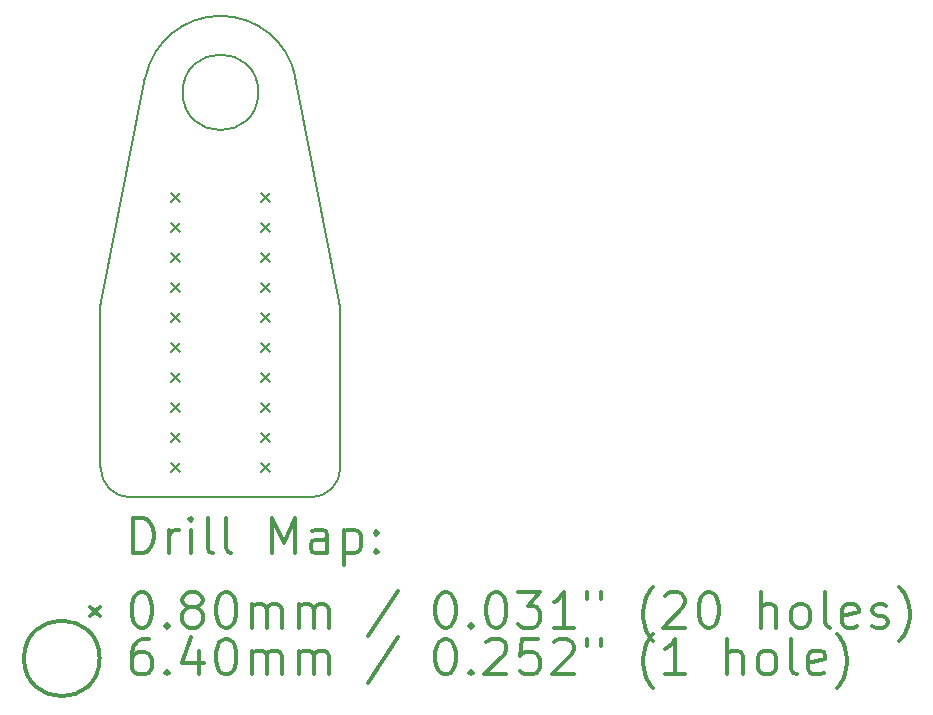
<source format=gbr>
%FSLAX45Y45*%
G04 Gerber Fmt 4.5, Leading zero omitted, Abs format (unit mm)*
G04 Created by KiCad (PCBNEW 5.0.2+dfsg1-1) date Mon 28 Jun 2021 10:58:22 AM EDT*
%MOMM*%
%LPD*%
G01*
G04 APERTURE LIST*
%ADD10C,0.150000*%
%ADD11C,0.200000*%
%ADD12C,0.300000*%
G04 APERTURE END LIST*
D10*
X14351000Y-7112000D02*
X13970000Y-9055100D01*
X15621000Y-7112000D02*
X16002000Y-9055100D01*
X14224000Y-10668000D02*
G75*
G02X13970000Y-10414000I0J254000D01*
G01*
X16002000Y-10414000D02*
G75*
G02X15748000Y-10668000I-254000J0D01*
G01*
X14351000Y-7112000D02*
G75*
G02X15621000Y-7112000I635000J-127000D01*
G01*
X13970000Y-9055100D02*
X13970000Y-10414000D01*
X16002000Y-10414000D02*
X16002000Y-9055100D01*
X14224000Y-10668000D02*
X15748000Y-10668000D01*
D11*
X14565000Y-8088000D02*
X14645000Y-8168000D01*
X14645000Y-8088000D02*
X14565000Y-8168000D01*
X14565000Y-8342000D02*
X14645000Y-8422000D01*
X14645000Y-8342000D02*
X14565000Y-8422000D01*
X14565000Y-8596000D02*
X14645000Y-8676000D01*
X14645000Y-8596000D02*
X14565000Y-8676000D01*
X14565000Y-8850000D02*
X14645000Y-8930000D01*
X14645000Y-8850000D02*
X14565000Y-8930000D01*
X14565000Y-9104000D02*
X14645000Y-9184000D01*
X14645000Y-9104000D02*
X14565000Y-9184000D01*
X14565000Y-9358000D02*
X14645000Y-9438000D01*
X14645000Y-9358000D02*
X14565000Y-9438000D01*
X14565000Y-9612000D02*
X14645000Y-9692000D01*
X14645000Y-9612000D02*
X14565000Y-9692000D01*
X14565000Y-9866000D02*
X14645000Y-9946000D01*
X14645000Y-9866000D02*
X14565000Y-9946000D01*
X14565000Y-10120000D02*
X14645000Y-10200000D01*
X14645000Y-10120000D02*
X14565000Y-10200000D01*
X14565000Y-10374000D02*
X14645000Y-10454000D01*
X14645000Y-10374000D02*
X14565000Y-10454000D01*
X15327000Y-8088000D02*
X15407000Y-8168000D01*
X15407000Y-8088000D02*
X15327000Y-8168000D01*
X15327000Y-8342000D02*
X15407000Y-8422000D01*
X15407000Y-8342000D02*
X15327000Y-8422000D01*
X15327000Y-8596000D02*
X15407000Y-8676000D01*
X15407000Y-8596000D02*
X15327000Y-8676000D01*
X15327000Y-8850000D02*
X15407000Y-8930000D01*
X15407000Y-8850000D02*
X15327000Y-8930000D01*
X15327000Y-9104000D02*
X15407000Y-9184000D01*
X15407000Y-9104000D02*
X15327000Y-9184000D01*
X15327000Y-9358000D02*
X15407000Y-9438000D01*
X15407000Y-9358000D02*
X15327000Y-9438000D01*
X15327000Y-9612000D02*
X15407000Y-9692000D01*
X15407000Y-9612000D02*
X15327000Y-9692000D01*
X15327000Y-9866000D02*
X15407000Y-9946000D01*
X15407000Y-9866000D02*
X15327000Y-9946000D01*
X15327000Y-10120000D02*
X15407000Y-10200000D01*
X15407000Y-10120000D02*
X15327000Y-10200000D01*
X15327000Y-10374000D02*
X15407000Y-10454000D01*
X15407000Y-10374000D02*
X15327000Y-10454000D01*
X15306000Y-7239000D02*
G75*
G03X15306000Y-7239000I-320000J0D01*
G01*
D12*
X14248928Y-11141214D02*
X14248928Y-10841214D01*
X14320357Y-10841214D01*
X14363214Y-10855500D01*
X14391786Y-10884072D01*
X14406071Y-10912643D01*
X14420357Y-10969786D01*
X14420357Y-11012643D01*
X14406071Y-11069786D01*
X14391786Y-11098357D01*
X14363214Y-11126929D01*
X14320357Y-11141214D01*
X14248928Y-11141214D01*
X14548928Y-11141214D02*
X14548928Y-10941214D01*
X14548928Y-10998357D02*
X14563214Y-10969786D01*
X14577500Y-10955500D01*
X14606071Y-10941214D01*
X14634643Y-10941214D01*
X14734643Y-11141214D02*
X14734643Y-10941214D01*
X14734643Y-10841214D02*
X14720357Y-10855500D01*
X14734643Y-10869786D01*
X14748928Y-10855500D01*
X14734643Y-10841214D01*
X14734643Y-10869786D01*
X14920357Y-11141214D02*
X14891786Y-11126929D01*
X14877500Y-11098357D01*
X14877500Y-10841214D01*
X15077500Y-11141214D02*
X15048928Y-11126929D01*
X15034643Y-11098357D01*
X15034643Y-10841214D01*
X15420357Y-11141214D02*
X15420357Y-10841214D01*
X15520357Y-11055500D01*
X15620357Y-10841214D01*
X15620357Y-11141214D01*
X15891786Y-11141214D02*
X15891786Y-10984072D01*
X15877500Y-10955500D01*
X15848928Y-10941214D01*
X15791786Y-10941214D01*
X15763214Y-10955500D01*
X15891786Y-11126929D02*
X15863214Y-11141214D01*
X15791786Y-11141214D01*
X15763214Y-11126929D01*
X15748928Y-11098357D01*
X15748928Y-11069786D01*
X15763214Y-11041214D01*
X15791786Y-11026929D01*
X15863214Y-11026929D01*
X15891786Y-11012643D01*
X16034643Y-10941214D02*
X16034643Y-11241214D01*
X16034643Y-10955500D02*
X16063214Y-10941214D01*
X16120357Y-10941214D01*
X16148928Y-10955500D01*
X16163214Y-10969786D01*
X16177500Y-10998357D01*
X16177500Y-11084072D01*
X16163214Y-11112643D01*
X16148928Y-11126929D01*
X16120357Y-11141214D01*
X16063214Y-11141214D01*
X16034643Y-11126929D01*
X16306071Y-11112643D02*
X16320357Y-11126929D01*
X16306071Y-11141214D01*
X16291786Y-11126929D01*
X16306071Y-11112643D01*
X16306071Y-11141214D01*
X16306071Y-10955500D02*
X16320357Y-10969786D01*
X16306071Y-10984072D01*
X16291786Y-10969786D01*
X16306071Y-10955500D01*
X16306071Y-10984072D01*
X13882500Y-11595500D02*
X13962500Y-11675500D01*
X13962500Y-11595500D02*
X13882500Y-11675500D01*
X14306071Y-11471214D02*
X14334643Y-11471214D01*
X14363214Y-11485500D01*
X14377500Y-11499786D01*
X14391786Y-11528357D01*
X14406071Y-11585500D01*
X14406071Y-11656929D01*
X14391786Y-11714071D01*
X14377500Y-11742643D01*
X14363214Y-11756929D01*
X14334643Y-11771214D01*
X14306071Y-11771214D01*
X14277500Y-11756929D01*
X14263214Y-11742643D01*
X14248928Y-11714071D01*
X14234643Y-11656929D01*
X14234643Y-11585500D01*
X14248928Y-11528357D01*
X14263214Y-11499786D01*
X14277500Y-11485500D01*
X14306071Y-11471214D01*
X14534643Y-11742643D02*
X14548928Y-11756929D01*
X14534643Y-11771214D01*
X14520357Y-11756929D01*
X14534643Y-11742643D01*
X14534643Y-11771214D01*
X14720357Y-11599786D02*
X14691786Y-11585500D01*
X14677500Y-11571214D01*
X14663214Y-11542643D01*
X14663214Y-11528357D01*
X14677500Y-11499786D01*
X14691786Y-11485500D01*
X14720357Y-11471214D01*
X14777500Y-11471214D01*
X14806071Y-11485500D01*
X14820357Y-11499786D01*
X14834643Y-11528357D01*
X14834643Y-11542643D01*
X14820357Y-11571214D01*
X14806071Y-11585500D01*
X14777500Y-11599786D01*
X14720357Y-11599786D01*
X14691786Y-11614071D01*
X14677500Y-11628357D01*
X14663214Y-11656929D01*
X14663214Y-11714071D01*
X14677500Y-11742643D01*
X14691786Y-11756929D01*
X14720357Y-11771214D01*
X14777500Y-11771214D01*
X14806071Y-11756929D01*
X14820357Y-11742643D01*
X14834643Y-11714071D01*
X14834643Y-11656929D01*
X14820357Y-11628357D01*
X14806071Y-11614071D01*
X14777500Y-11599786D01*
X15020357Y-11471214D02*
X15048928Y-11471214D01*
X15077500Y-11485500D01*
X15091786Y-11499786D01*
X15106071Y-11528357D01*
X15120357Y-11585500D01*
X15120357Y-11656929D01*
X15106071Y-11714071D01*
X15091786Y-11742643D01*
X15077500Y-11756929D01*
X15048928Y-11771214D01*
X15020357Y-11771214D01*
X14991786Y-11756929D01*
X14977500Y-11742643D01*
X14963214Y-11714071D01*
X14948928Y-11656929D01*
X14948928Y-11585500D01*
X14963214Y-11528357D01*
X14977500Y-11499786D01*
X14991786Y-11485500D01*
X15020357Y-11471214D01*
X15248928Y-11771214D02*
X15248928Y-11571214D01*
X15248928Y-11599786D02*
X15263214Y-11585500D01*
X15291786Y-11571214D01*
X15334643Y-11571214D01*
X15363214Y-11585500D01*
X15377500Y-11614071D01*
X15377500Y-11771214D01*
X15377500Y-11614071D02*
X15391786Y-11585500D01*
X15420357Y-11571214D01*
X15463214Y-11571214D01*
X15491786Y-11585500D01*
X15506071Y-11614071D01*
X15506071Y-11771214D01*
X15648928Y-11771214D02*
X15648928Y-11571214D01*
X15648928Y-11599786D02*
X15663214Y-11585500D01*
X15691786Y-11571214D01*
X15734643Y-11571214D01*
X15763214Y-11585500D01*
X15777500Y-11614071D01*
X15777500Y-11771214D01*
X15777500Y-11614071D02*
X15791786Y-11585500D01*
X15820357Y-11571214D01*
X15863214Y-11571214D01*
X15891786Y-11585500D01*
X15906071Y-11614071D01*
X15906071Y-11771214D01*
X16491786Y-11456929D02*
X16234643Y-11842643D01*
X16877500Y-11471214D02*
X16906071Y-11471214D01*
X16934643Y-11485500D01*
X16948928Y-11499786D01*
X16963214Y-11528357D01*
X16977500Y-11585500D01*
X16977500Y-11656929D01*
X16963214Y-11714071D01*
X16948928Y-11742643D01*
X16934643Y-11756929D01*
X16906071Y-11771214D01*
X16877500Y-11771214D01*
X16848928Y-11756929D01*
X16834643Y-11742643D01*
X16820357Y-11714071D01*
X16806071Y-11656929D01*
X16806071Y-11585500D01*
X16820357Y-11528357D01*
X16834643Y-11499786D01*
X16848928Y-11485500D01*
X16877500Y-11471214D01*
X17106071Y-11742643D02*
X17120357Y-11756929D01*
X17106071Y-11771214D01*
X17091786Y-11756929D01*
X17106071Y-11742643D01*
X17106071Y-11771214D01*
X17306071Y-11471214D02*
X17334643Y-11471214D01*
X17363214Y-11485500D01*
X17377500Y-11499786D01*
X17391786Y-11528357D01*
X17406071Y-11585500D01*
X17406071Y-11656929D01*
X17391786Y-11714071D01*
X17377500Y-11742643D01*
X17363214Y-11756929D01*
X17334643Y-11771214D01*
X17306071Y-11771214D01*
X17277500Y-11756929D01*
X17263214Y-11742643D01*
X17248928Y-11714071D01*
X17234643Y-11656929D01*
X17234643Y-11585500D01*
X17248928Y-11528357D01*
X17263214Y-11499786D01*
X17277500Y-11485500D01*
X17306071Y-11471214D01*
X17506071Y-11471214D02*
X17691786Y-11471214D01*
X17591786Y-11585500D01*
X17634643Y-11585500D01*
X17663214Y-11599786D01*
X17677500Y-11614071D01*
X17691786Y-11642643D01*
X17691786Y-11714071D01*
X17677500Y-11742643D01*
X17663214Y-11756929D01*
X17634643Y-11771214D01*
X17548928Y-11771214D01*
X17520357Y-11756929D01*
X17506071Y-11742643D01*
X17977500Y-11771214D02*
X17806071Y-11771214D01*
X17891786Y-11771214D02*
X17891786Y-11471214D01*
X17863214Y-11514071D01*
X17834643Y-11542643D01*
X17806071Y-11556929D01*
X18091786Y-11471214D02*
X18091786Y-11528357D01*
X18206071Y-11471214D02*
X18206071Y-11528357D01*
X18648928Y-11885500D02*
X18634643Y-11871214D01*
X18606071Y-11828357D01*
X18591786Y-11799786D01*
X18577500Y-11756929D01*
X18563214Y-11685500D01*
X18563214Y-11628357D01*
X18577500Y-11556929D01*
X18591786Y-11514071D01*
X18606071Y-11485500D01*
X18634643Y-11442643D01*
X18648928Y-11428357D01*
X18748928Y-11499786D02*
X18763214Y-11485500D01*
X18791786Y-11471214D01*
X18863214Y-11471214D01*
X18891786Y-11485500D01*
X18906071Y-11499786D01*
X18920357Y-11528357D01*
X18920357Y-11556929D01*
X18906071Y-11599786D01*
X18734643Y-11771214D01*
X18920357Y-11771214D01*
X19106071Y-11471214D02*
X19134643Y-11471214D01*
X19163214Y-11485500D01*
X19177500Y-11499786D01*
X19191786Y-11528357D01*
X19206071Y-11585500D01*
X19206071Y-11656929D01*
X19191786Y-11714071D01*
X19177500Y-11742643D01*
X19163214Y-11756929D01*
X19134643Y-11771214D01*
X19106071Y-11771214D01*
X19077500Y-11756929D01*
X19063214Y-11742643D01*
X19048928Y-11714071D01*
X19034643Y-11656929D01*
X19034643Y-11585500D01*
X19048928Y-11528357D01*
X19063214Y-11499786D01*
X19077500Y-11485500D01*
X19106071Y-11471214D01*
X19563214Y-11771214D02*
X19563214Y-11471214D01*
X19691786Y-11771214D02*
X19691786Y-11614071D01*
X19677500Y-11585500D01*
X19648928Y-11571214D01*
X19606071Y-11571214D01*
X19577500Y-11585500D01*
X19563214Y-11599786D01*
X19877500Y-11771214D02*
X19848928Y-11756929D01*
X19834643Y-11742643D01*
X19820357Y-11714071D01*
X19820357Y-11628357D01*
X19834643Y-11599786D01*
X19848928Y-11585500D01*
X19877500Y-11571214D01*
X19920357Y-11571214D01*
X19948928Y-11585500D01*
X19963214Y-11599786D01*
X19977500Y-11628357D01*
X19977500Y-11714071D01*
X19963214Y-11742643D01*
X19948928Y-11756929D01*
X19920357Y-11771214D01*
X19877500Y-11771214D01*
X20148928Y-11771214D02*
X20120357Y-11756929D01*
X20106071Y-11728357D01*
X20106071Y-11471214D01*
X20377500Y-11756929D02*
X20348928Y-11771214D01*
X20291786Y-11771214D01*
X20263214Y-11756929D01*
X20248928Y-11728357D01*
X20248928Y-11614071D01*
X20263214Y-11585500D01*
X20291786Y-11571214D01*
X20348928Y-11571214D01*
X20377500Y-11585500D01*
X20391786Y-11614071D01*
X20391786Y-11642643D01*
X20248928Y-11671214D01*
X20506071Y-11756929D02*
X20534643Y-11771214D01*
X20591786Y-11771214D01*
X20620357Y-11756929D01*
X20634643Y-11728357D01*
X20634643Y-11714071D01*
X20620357Y-11685500D01*
X20591786Y-11671214D01*
X20548928Y-11671214D01*
X20520357Y-11656929D01*
X20506071Y-11628357D01*
X20506071Y-11614071D01*
X20520357Y-11585500D01*
X20548928Y-11571214D01*
X20591786Y-11571214D01*
X20620357Y-11585500D01*
X20734643Y-11885500D02*
X20748928Y-11871214D01*
X20777500Y-11828357D01*
X20791786Y-11799786D01*
X20806071Y-11756929D01*
X20820357Y-11685500D01*
X20820357Y-11628357D01*
X20806071Y-11556929D01*
X20791786Y-11514071D01*
X20777500Y-11485500D01*
X20748928Y-11442643D01*
X20734643Y-11428357D01*
X13962500Y-12031500D02*
G75*
G03X13962500Y-12031500I-320000J0D01*
G01*
X14377500Y-11867214D02*
X14320357Y-11867214D01*
X14291786Y-11881500D01*
X14277500Y-11895786D01*
X14248928Y-11938643D01*
X14234643Y-11995786D01*
X14234643Y-12110071D01*
X14248928Y-12138643D01*
X14263214Y-12152929D01*
X14291786Y-12167214D01*
X14348928Y-12167214D01*
X14377500Y-12152929D01*
X14391786Y-12138643D01*
X14406071Y-12110071D01*
X14406071Y-12038643D01*
X14391786Y-12010071D01*
X14377500Y-11995786D01*
X14348928Y-11981500D01*
X14291786Y-11981500D01*
X14263214Y-11995786D01*
X14248928Y-12010071D01*
X14234643Y-12038643D01*
X14534643Y-12138643D02*
X14548928Y-12152929D01*
X14534643Y-12167214D01*
X14520357Y-12152929D01*
X14534643Y-12138643D01*
X14534643Y-12167214D01*
X14806071Y-11967214D02*
X14806071Y-12167214D01*
X14734643Y-11852929D02*
X14663214Y-12067214D01*
X14848928Y-12067214D01*
X15020357Y-11867214D02*
X15048928Y-11867214D01*
X15077500Y-11881500D01*
X15091786Y-11895786D01*
X15106071Y-11924357D01*
X15120357Y-11981500D01*
X15120357Y-12052929D01*
X15106071Y-12110071D01*
X15091786Y-12138643D01*
X15077500Y-12152929D01*
X15048928Y-12167214D01*
X15020357Y-12167214D01*
X14991786Y-12152929D01*
X14977500Y-12138643D01*
X14963214Y-12110071D01*
X14948928Y-12052929D01*
X14948928Y-11981500D01*
X14963214Y-11924357D01*
X14977500Y-11895786D01*
X14991786Y-11881500D01*
X15020357Y-11867214D01*
X15248928Y-12167214D02*
X15248928Y-11967214D01*
X15248928Y-11995786D02*
X15263214Y-11981500D01*
X15291786Y-11967214D01*
X15334643Y-11967214D01*
X15363214Y-11981500D01*
X15377500Y-12010071D01*
X15377500Y-12167214D01*
X15377500Y-12010071D02*
X15391786Y-11981500D01*
X15420357Y-11967214D01*
X15463214Y-11967214D01*
X15491786Y-11981500D01*
X15506071Y-12010071D01*
X15506071Y-12167214D01*
X15648928Y-12167214D02*
X15648928Y-11967214D01*
X15648928Y-11995786D02*
X15663214Y-11981500D01*
X15691786Y-11967214D01*
X15734643Y-11967214D01*
X15763214Y-11981500D01*
X15777500Y-12010071D01*
X15777500Y-12167214D01*
X15777500Y-12010071D02*
X15791786Y-11981500D01*
X15820357Y-11967214D01*
X15863214Y-11967214D01*
X15891786Y-11981500D01*
X15906071Y-12010071D01*
X15906071Y-12167214D01*
X16491786Y-11852929D02*
X16234643Y-12238643D01*
X16877500Y-11867214D02*
X16906071Y-11867214D01*
X16934643Y-11881500D01*
X16948928Y-11895786D01*
X16963214Y-11924357D01*
X16977500Y-11981500D01*
X16977500Y-12052929D01*
X16963214Y-12110071D01*
X16948928Y-12138643D01*
X16934643Y-12152929D01*
X16906071Y-12167214D01*
X16877500Y-12167214D01*
X16848928Y-12152929D01*
X16834643Y-12138643D01*
X16820357Y-12110071D01*
X16806071Y-12052929D01*
X16806071Y-11981500D01*
X16820357Y-11924357D01*
X16834643Y-11895786D01*
X16848928Y-11881500D01*
X16877500Y-11867214D01*
X17106071Y-12138643D02*
X17120357Y-12152929D01*
X17106071Y-12167214D01*
X17091786Y-12152929D01*
X17106071Y-12138643D01*
X17106071Y-12167214D01*
X17234643Y-11895786D02*
X17248928Y-11881500D01*
X17277500Y-11867214D01*
X17348928Y-11867214D01*
X17377500Y-11881500D01*
X17391786Y-11895786D01*
X17406071Y-11924357D01*
X17406071Y-11952929D01*
X17391786Y-11995786D01*
X17220357Y-12167214D01*
X17406071Y-12167214D01*
X17677500Y-11867214D02*
X17534643Y-11867214D01*
X17520357Y-12010071D01*
X17534643Y-11995786D01*
X17563214Y-11981500D01*
X17634643Y-11981500D01*
X17663214Y-11995786D01*
X17677500Y-12010071D01*
X17691786Y-12038643D01*
X17691786Y-12110071D01*
X17677500Y-12138643D01*
X17663214Y-12152929D01*
X17634643Y-12167214D01*
X17563214Y-12167214D01*
X17534643Y-12152929D01*
X17520357Y-12138643D01*
X17806071Y-11895786D02*
X17820357Y-11881500D01*
X17848928Y-11867214D01*
X17920357Y-11867214D01*
X17948928Y-11881500D01*
X17963214Y-11895786D01*
X17977500Y-11924357D01*
X17977500Y-11952929D01*
X17963214Y-11995786D01*
X17791786Y-12167214D01*
X17977500Y-12167214D01*
X18091786Y-11867214D02*
X18091786Y-11924357D01*
X18206071Y-11867214D02*
X18206071Y-11924357D01*
X18648928Y-12281500D02*
X18634643Y-12267214D01*
X18606071Y-12224357D01*
X18591786Y-12195786D01*
X18577500Y-12152929D01*
X18563214Y-12081500D01*
X18563214Y-12024357D01*
X18577500Y-11952929D01*
X18591786Y-11910071D01*
X18606071Y-11881500D01*
X18634643Y-11838643D01*
X18648928Y-11824357D01*
X18920357Y-12167214D02*
X18748928Y-12167214D01*
X18834643Y-12167214D02*
X18834643Y-11867214D01*
X18806071Y-11910071D01*
X18777500Y-11938643D01*
X18748928Y-11952929D01*
X19277500Y-12167214D02*
X19277500Y-11867214D01*
X19406071Y-12167214D02*
X19406071Y-12010071D01*
X19391786Y-11981500D01*
X19363214Y-11967214D01*
X19320357Y-11967214D01*
X19291786Y-11981500D01*
X19277500Y-11995786D01*
X19591786Y-12167214D02*
X19563214Y-12152929D01*
X19548928Y-12138643D01*
X19534643Y-12110071D01*
X19534643Y-12024357D01*
X19548928Y-11995786D01*
X19563214Y-11981500D01*
X19591786Y-11967214D01*
X19634643Y-11967214D01*
X19663214Y-11981500D01*
X19677500Y-11995786D01*
X19691786Y-12024357D01*
X19691786Y-12110071D01*
X19677500Y-12138643D01*
X19663214Y-12152929D01*
X19634643Y-12167214D01*
X19591786Y-12167214D01*
X19863214Y-12167214D02*
X19834643Y-12152929D01*
X19820357Y-12124357D01*
X19820357Y-11867214D01*
X20091786Y-12152929D02*
X20063214Y-12167214D01*
X20006071Y-12167214D01*
X19977500Y-12152929D01*
X19963214Y-12124357D01*
X19963214Y-12010071D01*
X19977500Y-11981500D01*
X20006071Y-11967214D01*
X20063214Y-11967214D01*
X20091786Y-11981500D01*
X20106071Y-12010071D01*
X20106071Y-12038643D01*
X19963214Y-12067214D01*
X20206071Y-12281500D02*
X20220357Y-12267214D01*
X20248928Y-12224357D01*
X20263214Y-12195786D01*
X20277500Y-12152929D01*
X20291786Y-12081500D01*
X20291786Y-12024357D01*
X20277500Y-11952929D01*
X20263214Y-11910071D01*
X20248928Y-11881500D01*
X20220357Y-11838643D01*
X20206071Y-11824357D01*
M02*

</source>
